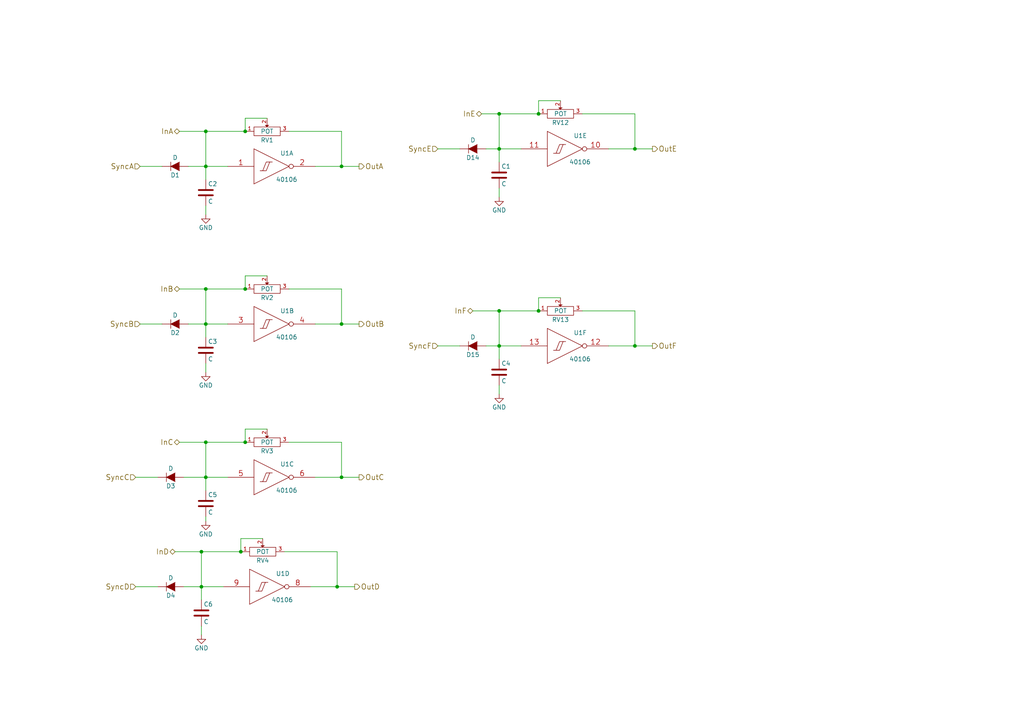
<source format=kicad_sch>
(kicad_sch (version 20231120) (generator "eeschema") (generator_version "8.0")
  (paper "A4")
  (lib_symbols
    (symbol "logic_noise_playground-rescue:40106" (pin_names (offset 1.016) hide)
      (property "Reference" "U" (at 2.54 3.81 0))
      (property "Value" "40106" (at 1.27 -3.81 0))
      (symbol "40106_0_0"
        (polyline (pts (xy -0.508 1.27) (xy -1.524 -1.27) (xy -2.54 -1.27) (xy -2.54 -1.27)))
        (polyline (pts (xy 0.254 1.27) (xy -1.524 1.27) (xy -2.54 -1.27) (xy -3.302 -1.27) (xy -3.302 -1.27)))
      )
      (symbol "40106_0_1"
        (polyline (pts (xy -5.08 -5.08) (xy -5.08 5.08)))
        (polyline (pts (xy -5.08 5.08) (xy 5.08 0)))
        (polyline (pts (xy 5.08 0) (xy -5.08 -5.08)))
      )
      (symbol "40106_0_2"
        (polyline (pts (xy -5.08 -5.08) (xy -5.08 5.08)))
        (polyline (pts (xy -5.08 5.08) (xy 5.08 0)))
        (polyline (pts (xy 5.08 0) (xy -5.08 -5.08)))
      )
      (symbol "40106_1_1"
        (pin input line (at -12.7 0 0) (length 7.62) (name "In") (number "1"))
        (pin power_in line (at -2.54 3.81 270) (length 0) hide (name "VDD") (number "14"))
        (pin output inverted (at 12.7 0 180) (length 7.62) (name "Out") (number "2"))
        (pin power_in line (at -2.54 -3.81 90) (length 0) hide (name "VSS") (number "7"))
      )
      (symbol "40106_1_2"
        (pin input inverted (at -12.7 0 0) (length 7.62) (name "In") (number "1"))
        (pin power_in line (at -2.54 3.81 270) (length 0) hide (name "VDD") (number "14"))
        (pin output line (at 12.7 0 180) (length 7.62) (name "Out") (number "2"))
        (pin power_in line (at -2.54 -3.81 90) (length 0) hide (name "VSS") (number "7"))
      )
      (symbol "40106_2_1"
        (pin power_in line (at -2.54 3.81 270) (length 0) hide (name "VDD") (number "14"))
        (pin input line (at -12.7 0 0) (length 7.62) (name "In") (number "3"))
        (pin output inverted (at 12.7 0 180) (length 7.62) (name "Out") (number "4"))
        (pin power_in line (at -2.54 -3.81 90) (length 0) hide (name "VSS") (number "7"))
      )
      (symbol "40106_2_2"
        (pin power_in line (at -2.54 3.81 270) (length 0) hide (name "VDD") (number "14"))
        (pin input line (at -12.7 0 0) (length 7.62) (name "In") (number "3"))
        (pin output line (at 12.7 0 180) (length 7.62) (name "Out") (number "4"))
        (pin power_in line (at -2.54 -3.81 90) (length 0) hide (name "VSS") (number "7"))
      )
      (symbol "40106_3_1"
        (pin power_in line (at -2.54 3.81 270) (length 0) hide (name "VDD") (number "14"))
        (pin input line (at -12.7 0 0) (length 7.62) (name "In") (number "5"))
        (pin output inverted (at 12.7 0 180) (length 7.62) (name "Out") (number "6"))
        (pin power_in line (at -2.54 -3.81 90) (length 0) hide (name "VSS") (number "7"))
      )
      (symbol "40106_3_2"
        (pin power_in line (at -2.54 3.81 270) (length 0) hide (name "VDD") (number "14"))
        (pin input line (at -12.7 0 0) (length 7.62) (name "In") (number "5"))
        (pin output line (at 12.7 0 180) (length 7.62) (name "Out") (number "6"))
        (pin power_in line (at -2.54 -3.81 90) (length 0) hide (name "VSS") (number "7"))
      )
      (symbol "40106_4_1"
        (pin power_in line (at -2.54 3.81 270) (length 0) hide (name "VDD") (number "14"))
        (pin power_in line (at -2.54 -3.81 90) (length 0) hide (name "VSS") (number "7"))
        (pin output inverted (at 12.7 0 180) (length 7.62) (name "Out") (number "8"))
        (pin input line (at -12.7 0 0) (length 7.62) (name "In") (number "9"))
      )
      (symbol "40106_4_2"
        (pin power_in line (at -2.54 3.81 270) (length 0) hide (name "VDD") (number "14"))
        (pin power_in line (at -2.54 -3.81 90) (length 0) hide (name "VSS") (number "7"))
        (pin output line (at 12.7 0 180) (length 7.62) (name "Out") (number "8"))
        (pin input line (at -12.7 0 0) (length 7.62) (name "In") (number "9"))
      )
      (symbol "40106_5_1"
        (pin output inverted (at 12.7 0 180) (length 7.62) (name "Out") (number "10"))
        (pin input line (at -12.7 0 0) (length 7.62) (name "In") (number "11"))
        (pin power_in line (at -2.54 3.81 270) (length 0) hide (name "VDD") (number "14"))
        (pin power_in line (at -2.54 -3.81 90) (length 0) hide (name "VSS") (number "7"))
      )
      (symbol "40106_5_2"
        (pin output line (at 12.7 0 180) (length 7.62) (name "Out") (number "10"))
        (pin input line (at -12.7 0 0) (length 7.62) (name "In") (number "11"))
        (pin power_in line (at -2.54 3.81 270) (length 0) hide (name "VDD") (number "14"))
        (pin power_in line (at -2.54 -3.81 90) (length 0) hide (name "VSS") (number "7"))
      )
      (symbol "40106_6_1"
        (pin output inverted (at 12.7 0 180) (length 7.62) (name "Out") (number "12"))
        (pin input line (at -12.7 0 0) (length 7.62) (name "In") (number "13"))
        (pin power_in line (at -2.54 3.81 270) (length 0) hide (name "VDD") (number "14"))
        (pin power_in line (at -2.54 -3.81 90) (length 0) hide (name "VSS") (number "7"))
      )
      (symbol "40106_6_2"
        (pin output line (at 12.7 0 180) (length 7.62) (name "Out") (number "12"))
        (pin input line (at -12.7 0 0) (length 7.62) (name "In") (number "13"))
        (pin power_in line (at -2.54 3.81 270) (length 0) hide (name "VDD") (number "14"))
        (pin power_in line (at -2.54 -3.81 90) (length 0) hide (name "VSS") (number "7"))
      )
    )
    (symbol "logic_noise_playground-rescue:C" (pin_numbers hide) (pin_names (offset 0.254))
      (property "Reference" "C" (at 0.635 2.54 0))
      (property "Value" "C" (at 0.635 -2.54 0))
      (symbol "C_0_1"
        (polyline (pts (xy -2.032 -0.762) (xy 2.032 -0.762)) (stroke (width 0.508)))
        (polyline (pts (xy -2.032 0.762) (xy 2.032 0.762)) (stroke (width 0.508)))
      )
      (symbol "C_1_1"
        (pin passive line (at 0 3.81 270) (length 2.794) (name "~") (number "1"))
        (pin passive line (at 0 -3.81 90) (length 2.794) (name "~") (number "2"))
      )
    )
    (symbol "logic_noise_playground-rescue:D" (pin_numbers hide) (pin_names (offset 1.016) hide)
      (property "Reference" "D" (at 0 2.54 0))
      (property "Value" "D" (at 0 -2.54 0))
      (symbol "D_0_1"
        (polyline (pts (xy 1.27 1.27) (xy 1.27 -1.27)) (stroke (width 0.1524)))
        (polyline (pts (xy -1.27 1.27) (xy 1.27 0) (xy -1.27 -1.27)) (fill (type outline)))
      )
      (symbol "D_1_1"
        (pin passive line (at -3.81 0 0) (length 2.54) (name "A") (number "1"))
        (pin passive line (at 3.81 0 180) (length 2.54) (name "K") (number "2"))
      )
    )
    (symbol "logic_noise_playground-rescue:GND" (power) (pin_names (offset 0))
      (property "Value" "GND" (at 0 -3.81 0))
      (symbol "GND_0_1"
        (polyline (pts (xy 0 0) (xy 0 -1.27) (xy 1.27 -1.27) (xy 0 -2.54) (xy -1.27 -1.27) (xy 0 -1.27)))
      )
      (symbol "GND_1_1"
        (pin power_in line (at 0 0 270) (length 0) hide (name "GND") (number "1"))
      )
    )
    (symbol "logic_noise_playground-rescue:POT" (pin_names (offset 1.016) hide)
      (property "Reference" "RV" (at 0 -2.54 0))
      (property "Value" "POT" (at 0 0 0))
      (symbol "POT_0_1"
        (rectangle (start -3.81 1.27) (end 3.81 -1.27))
        (polyline (pts (xy 0 1.27) (xy -0.508 1.778) (xy 0.508 1.778)) (fill (type outline)))
      )
      (symbol "POT_1_1"
        (pin passive line (at -6.35 0 0) (length 2.54) (name "1") (number "1"))
        (pin passive line (at 0 3.81 270) (length 2.032) (name "2") (number "2"))
        (pin passive line (at 6.35 0 180) (length 2.54) (name "3") (number "3"))
      )
    )
  )
  (junction (at 71.12 128.27))
  (junction (at 59.69 138.43))
  (junction (at 58.42 170.18))
  (junction (at 59.69 93.98))
  (junction (at 71.12 38.1))
  (junction (at 144.78 100.33))
  (junction (at 59.69 128.27))
  (junction (at 99.06 138.43))
  (junction (at 71.12 83.82))
  (junction (at 99.06 48.26))
  (junction (at 97.79 170.18))
  (junction (at 144.78 90.17))
  (junction (at 156.21 33.02))
  (junction (at 58.42 160.02))
  (junction (at 156.21 90.17))
  (junction (at 59.69 48.26))
  (junction (at 144.78 43.18))
  (junction (at 59.69 83.82))
  (junction (at 184.15 100.33))
  (junction (at 144.78 33.02))
  (junction (at 59.69 38.1))
  (junction (at 184.15 43.18))
  (junction (at 69.85 160.02))
  (junction (at 99.06 93.98))
  (wire (pts (xy 144.78 90.17) (xy 144.78 100.33)))
  (wire (pts (xy 144.78 43.18) (xy 151.13 43.18)))
  (wire (pts (xy 156.21 29.21) (xy 156.21 33.02)))
  (wire (pts (xy 144.78 100.33) (xy 151.13 100.33)))
  (wire (pts (xy 140.97 43.18) (xy 144.78 43.18)))
  (wire (pts (xy 144.78 100.33) (xy 144.78 104.14)))
  (wire (pts (xy 59.69 83.82) (xy 52.07 83.82)))
  (wire (pts (xy 39.37 170.18) (xy 45.72 170.18)))
  (wire (pts (xy 91.44 93.98) (xy 99.06 93.98)))
  (wire (pts (xy 99.06 128.27) (xy 99.06 138.43)))
  (wire (pts (xy 99.06 38.1) (xy 99.06 48.26)))
  (wire (pts (xy 59.69 38.1) (xy 59.69 48.26)))
  (wire (pts (xy 184.15 43.18) (xy 189.23 43.18)))
  (wire (pts (xy 53.34 138.43) (xy 59.69 138.43)))
  (wire (pts (xy 59.69 128.27) (xy 59.69 138.43)))
  (wire (pts (xy 54.61 48.26) (xy 59.69 48.26)))
  (wire (pts (xy 90.17 170.18) (xy 97.79 170.18)))
  (wire (pts (xy 168.91 90.17) (xy 184.15 90.17)))
  (wire (pts (xy 77.47 124.46) (xy 71.12 124.46)))
  (wire (pts (xy 99.06 93.98) (xy 104.14 93.98)))
  (wire (pts (xy 168.91 33.02) (xy 184.15 33.02)))
  (wire (pts (xy 58.42 184.15) (xy 58.42 181.61)))
  (wire (pts (xy 144.78 90.17) (xy 156.21 90.17)))
  (wire (pts (xy 58.42 160.02) (xy 50.8 160.02)))
  (wire (pts (xy 59.69 62.23) (xy 59.69 59.69)))
  (wire (pts (xy 91.44 48.26) (xy 99.06 48.26)))
  (wire (pts (xy 139.7 33.02) (xy 144.78 33.02)))
  (wire (pts (xy 58.42 170.18) (xy 58.42 173.99)))
  (wire (pts (xy 58.42 160.02) (xy 58.42 170.18)))
  (wire (pts (xy 58.42 170.18) (xy 64.77 170.18)))
  (wire (pts (xy 59.69 138.43) (xy 66.04 138.43)))
  (wire (pts (xy 162.56 29.21) (xy 156.21 29.21)))
  (wire (pts (xy 127 100.33) (xy 133.35 100.33)))
  (wire (pts (xy 99.06 48.26) (xy 104.14 48.26)))
  (wire (pts (xy 91.44 138.43) (xy 99.06 138.43)))
  (wire (pts (xy 99.06 138.43) (xy 104.14 138.43)))
  (wire (pts (xy 144.78 57.15) (xy 144.78 54.61)))
  (wire (pts (xy 144.78 43.18) (xy 144.78 46.99)))
  (wire (pts (xy 184.15 100.33) (xy 189.23 100.33)))
  (wire (pts (xy 99.06 83.82) (xy 99.06 93.98)))
  (wire (pts (xy 97.79 160.02) (xy 97.79 170.18)))
  (wire (pts (xy 59.69 128.27) (xy 52.07 128.27)))
  (wire (pts (xy 53.34 170.18) (xy 58.42 170.18)))
  (wire (pts (xy 71.12 38.1) (xy 59.69 38.1)))
  (wire (pts (xy 184.15 33.02) (xy 184.15 43.18)))
  (wire (pts (xy 97.79 170.18) (xy 102.87 170.18)))
  (wire (pts (xy 162.56 86.36) (xy 156.21 86.36)))
  (wire (pts (xy 76.2 156.21) (xy 69.85 156.21)))
  (wire (pts (xy 156.21 86.36) (xy 156.21 90.17)))
  (wire (pts (xy 144.78 33.02) (xy 156.21 33.02)))
  (wire (pts (xy 71.12 80.01) (xy 71.12 83.82)))
  (wire (pts (xy 59.69 48.26) (xy 66.04 48.26)))
  (wire (pts (xy 40.64 48.26) (xy 46.99 48.26)))
  (wire (pts (xy 127 43.18) (xy 133.35 43.18)))
  (wire (pts (xy 71.12 34.29) (xy 71.12 38.1)))
  (wire (pts (xy 137.16 90.17) (xy 144.78 90.17)))
  (wire (pts (xy 54.61 93.98) (xy 59.69 93.98)))
  (wire (pts (xy 59.69 149.86) (xy 59.69 151.13)))
  (wire (pts (xy 59.69 83.82) (xy 59.69 93.98)))
  (wire (pts (xy 77.47 34.29) (xy 71.12 34.29)))
  (wire (pts (xy 59.69 93.98) (xy 59.69 97.79)))
  (wire (pts (xy 71.12 83.82) (xy 59.69 83.82)))
  (wire (pts (xy 59.69 48.26) (xy 59.69 52.07)))
  (wire (pts (xy 77.47 80.01) (xy 71.12 80.01)))
  (wire (pts (xy 184.15 90.17) (xy 184.15 100.33)))
  (wire (pts (xy 71.12 124.46) (xy 71.12 128.27)))
  (wire (pts (xy 59.69 93.98) (xy 66.04 93.98)))
  (wire (pts (xy 83.82 83.82) (xy 99.06 83.82)))
  (wire (pts (xy 83.82 128.27) (xy 99.06 128.27)))
  (wire (pts (xy 39.37 138.43) (xy 45.72 138.43)))
  (wire (pts (xy 71.12 128.27) (xy 59.69 128.27)))
  (wire (pts (xy 140.97 100.33) (xy 144.78 100.33)))
  (wire (pts (xy 176.53 43.18) (xy 184.15 43.18)))
  (wire (pts (xy 69.85 156.21) (xy 69.85 160.02)))
  (wire (pts (xy 144.78 33.02) (xy 144.78 43.18)))
  (wire (pts (xy 176.53 100.33) (xy 184.15 100.33)))
  (wire (pts (xy 83.82 38.1) (xy 99.06 38.1)))
  (wire (pts (xy 82.55 160.02) (xy 97.79 160.02)))
  (wire (pts (xy 144.78 114.3) (xy 144.78 111.76)))
  (wire (pts (xy 40.64 93.98) (xy 46.99 93.98)))
  (wire (pts (xy 59.69 138.43) (xy 59.69 142.24)))
  (wire (pts (xy 59.69 38.1) (xy 52.07 38.1)))
  (wire (pts (xy 59.69 107.95) (xy 59.69 105.41)))
  (wire (pts (xy 69.85 160.02) (xy 58.42 160.02)))
  (hierarchical_label "OutF" (shape output) (at 189.23 100.33 0) (effects (font (size 1.524 1.524))))
  (hierarchical_label "InE" (shape bidirectional) (at 139.7 33.02 180) (effects (font (size 1.524 1.524))))
  (hierarchical_label "OutD" (shape output) (at 102.87 170.18 0) (effects (font (size 1.524 1.524))))
  (hierarchical_label "SyncE" (shape input) (at 127 43.18 180) (effects (font (size 1.524 1.524))))
  (hierarchical_label "SyncC" (shape input) (at 39.37 138.43 180) (effects (font (size 1.524 1.524))))
  (hierarchical_label "SyncF" (shape input) (at 127 100.33 180) (effects (font (size 1.524 1.524))))
  (hierarchical_label "OutA" (shape output) (at 104.14 48.26 0) (effects (font (size 1.524 1.524))))
  (hierarchical_label "SyncA" (shape input) (at 40.64 48.26 180) (effects (font (size 1.524 1.524))))
  (hierarchical_label "OutE" (shape output) (at 189.23 43.18 0) (effects (font (size 1.524 1.524))))
  (hierarchical_label "InB" (shape bidirectional) (at 52.07 83.82 180) (effects (font (size 1.524 1.524))))
  (hierarchical_label "SyncB" (shape input) (at 40.64 93.98 180) (effects (font (size 1.524 1.524))))
  (hierarchical_label "SyncD" (shape input) (at 39.37 170.18 180) (effects (font (size 1.524 1.524))))
  (hierarchical_label "OutB" (shape output) (at 104.14 93.98 0) (effects (font (size 1.524 1.524))))
  (hierarchical_label "InF" (shape bidirectional) (at 137.16 90.17 180) (effects (font (size 1.524 1.524))))
  (hierarchical_label "OutC" (shape output) (at 104.14 138.43 0) (effects (font (size 1.524 1.524))))
  (hierarchical_label "InA" (shape bidirectional) (at 52.07 38.1 180) (effects (font (size 1.524 1.524))))
  (hierarchical_label "InD" (shape bidirectional) (at 50.8 160.02 180) (effects (font (size 1.524 1.524))))
  (hierarchical_label "InC" (shape bidirectional) (at 52.07 128.27 180) (effects (font (size 1.524 1.524))))
  (symbol (lib_id "logic_noise_playground-rescue:40106") (at 78.74 48.26 0) (unit 1)
    (property "Reference" "U1" (at 81.28 44.45 0) (effects (justify left)))
    (property "Value" "40106" (at 80.01 52.07 0) (effects (justify left)))
    (property "Footprint" "Housings_DIP:DIP-14__300_ELL" (effects (hide yes)))
    (property "manf#" "CD40106BE" (effects (hide yes)))
  )
  (symbol (lib_id "logic_noise_playground-rescue:POT") (at 77.47 38.1 0) (unit 1)
    (property "Reference" "RV1" (at 77.47 40.64 0))
    (property "Value" "POT" (at 77.47 38.1 0))
    (property "Footprint" "elliot:Potentiometer_9mm_vertical_pcb_mount" (effects (hide yes)))
  )
  (symbol (lib_id "logic_noise_playground-rescue:C") (at 59.69 55.88 0) (unit 1)
    (property "Reference" "C2" (at 60.325 53.34 0) (effects (justify left)))
    (property "Value" "C" (at 60.325 58.42 0) (effects (justify left)))
    (property "Footprint" "elliot:cap_2+3" (effects (hide yes)))
  )
  (symbol (lib_id "logic_noise_playground-rescue:GND") (at 59.69 62.23 0) (unit 1)
    (property "Reference" "#PWR021" (effects (hide yes)))
    (property "Value" "GND" (at 59.69 66.04 0))
  )
  (symbol (lib_id "logic_noise_playground-rescue:D") (at 50.8 48.26 180) (unit 1)
    (property "Reference" "D1" (at 50.8 50.8 0))
    (property "Value" "D" (at 50.8 45.72 0))
    (property "Footprint" "Diodes_ThroughHole:Diode_DO-35_SOD27_Horizontal_RM10" (effects (hide yes)))
  )
  (symbol (lib_id "logic_noise_playground-rescue:40106") (at 78.74 93.98 0) (unit 2)
    (property "Reference" "U1" (at 81.28 90.17 0) (effects (justify left)))
    (property "Value" "40106" (at 80.01 97.79 0) (effects (justify left)))
    (property "Footprint" "Housings_DIP:DIP-14__300_ELL" (effects (hide yes)))
    (property "manf#" "CD40106BE" (effects (hide yes)))
  )
  (symbol (lib_id "logic_noise_playground-rescue:POT") (at 77.47 83.82 0) (unit 1)
    (property "Reference" "RV2" (at 77.47 86.36 0))
    (property "Value" "POT" (at 77.47 83.82 0))
    (property "Footprint" "elliot:Potentiometer_9mm_vertical_pcb_mount" (effects (hide yes)))
  )
  (symbol (lib_id "logic_noise_playground-rescue:C") (at 59.69 101.6 0) (unit 1)
    (property "Reference" "C3" (at 60.325 99.06 0) (effects (justify left)))
    (property "Value" "C" (at 60.325 104.14 0) (effects (justify left)))
    (property "Footprint" "elliot:cap_2+3" (effects (hide yes)))
  )
  (symbol (lib_id "logic_noise_playground-rescue:GND") (at 59.69 107.95 0) (unit 1)
    (property "Reference" "#PWR022" (effects (hide yes)))
    (property "Value" "GND" (at 59.69 111.76 0))
  )
  (symbol (lib_id "logic_noise_playground-rescue:D") (at 50.8 93.98 180) (unit 1)
    (property "Reference" "D2" (at 50.8 96.52 0))
    (property "Value" "D" (at 50.8 91.44 0))
    (property "Footprint" "Diodes_ThroughHole:Diode_DO-35_SOD27_Horizontal_RM10" (effects (hide yes)))
  )
  (symbol (lib_id "logic_noise_playground-rescue:40106") (at 78.74 138.43 0) (unit 3)
    (property "Reference" "U1" (at 81.28 134.62 0) (effects (justify left)))
    (property "Value" "40106" (at 80.01 142.24 0) (effects (justify left)))
    (property "Footprint" "Housings_DIP:DIP-14__300_ELL" (effects (hide yes)))
    (property "manf#" "CD40106BE" (effects (hide yes)))
  )
  (symbol (lib_id "logic_noise_playground-rescue:POT") (at 77.47 128.27 0) (unit 1)
    (property "Reference" "RV3" (at 77.47 130.81 0))
    (property "Value" "POT" (at 77.47 128.27 0))
    (property "Footprint" "elliot:Potentiometer_9mm_vertical_pcb_mount" (effects (hide yes)))
  )
  (symbol (lib_id "logic_noise_playground-rescue:C") (at 59.69 146.05 0) (unit 1)
    (property "Reference" "C5" (at 60.325 143.51 0) (effects (justify left)))
    (property "Value" "C" (at 60.325 148.59 0) (effects (justify left)))
    (property "Footprint" "elliot:cap_2+3" (effects (hide yes)))
  )
  (symbol (lib_id "logic_noise_playground-rescue:40106") (at 77.47 170.18 0) (unit 4)
    (property "Reference" "U1" (at 80.01 166.37 0) (effects (justify left)))
    (property "Value" "40106" (at 78.74 173.99 0) (effects (justify left)))
    (property "Footprint" "Housings_DIP:DIP-14__300_ELL" (effects (hide yes)))
    (property "manf#" "CD40106BE" (effects (hide yes)))
  )
  (symbol (lib_id "logic_noise_playground-rescue:POT") (at 76.2 160.02 0) (unit 1)
    (property "Reference" "RV4" (at 76.2 162.56 0))
    (property "Value" "POT" (at 76.2 160.02 0))
    (property "Footprint" "elliot:Potentiometer_9mm_vertical_pcb_mount" (effects (hide yes)))
  )
  (symbol (lib_id "logic_noise_playground-rescue:C") (at 58.42 177.8 0) (unit 1)
    (property "Reference" "C6" (at 59.055 175.26 0) (effects (justify left)))
    (property "Value" "C" (at 59.055 180.34 0) (effects (justify left)))
    (property "Footprint" "elliot:cap_2+3" (effects (hide yes)))
  )
  (symbol (lib_id "logic_noise_playground-rescue:GND") (at 58.42 184.15 0) (unit 1)
    (property "Reference" "#PWR023" (effects (hide yes)))
    (property "Value" "GND" (at 58.42 187.96 0))
  )
  (symbol (lib_id "logic_noise_playground-rescue:40106") (at 163.83 43.18 0) (unit 5)
    (property "Reference" "U1" (at 166.37 39.37 0) (effects (justify left)))
    (property "Value" "40106" (at 165.1 46.99 0) (effects (justify left)))
    (property "Footprint" "Housings_DIP:DIP-14__300_ELL" (effects (hide yes)))
    (property "manf#" "CD40106BE" (effects (hide yes)))
  )
  (symbol (lib_id "logic_noise_playground-rescue:C") (at 144.78 50.8 0) (unit 1)
    (property "Reference" "C1" (at 145.415 48.26 0) (effects (justify left)))
    (property "Value" "C" (at 145.415 53.34 0) (effects (justify left)))
    (property "Footprint" "elliot:cap_2+3" (effects (hide yes)))
  )
  (symbol (lib_id "logic_noise_playground-rescue:GND") (at 144.78 57.15 0) (unit 1)
    (property "Reference" "#PWR024" (effects (hide yes)))
    (property "Value" "GND" (at 144.78 60.96 0))
  )
  (symbol (lib_id "logic_noise_playground-rescue:40106") (at 163.83 100.33 0) (unit 6)
    (property "Reference" "U1" (at 166.37 96.52 0) (effects (justify left)))
    (property "Value" "40106" (at 165.1 104.14 0) (effects (justify left)))
    (property "Footprint" "Housings_DIP:DIP-14__300_ELL" (effects (hide yes)))
    (property "manf#" "CD40106BE" (effects (hide yes)))
  )
  (symbol (lib_id "logic_noise_playground-rescue:C") (at 144.78 107.95 0) (unit 1)
    (property "Reference" "C4" (at 145.415 105.41 0) (effects (justify left)))
    (property "Value" "C" (at 145.415 110.49 0) (effects (justify left)))
    (property "Footprint" "elliot:cap_2+3" (effects (hide yes)))
  )
  (symbol (lib_id "logic_noise_playground-rescue:GND") (at 144.78 114.3 0) (unit 1)
    (property "Reference" "#PWR025" (effects (hide yes)))
    (property "Value" "GND" (at 144.78 118.11 0))
  )
  (symbol (lib_id "logic_noise_playground-rescue:D") (at 49.53 138.43 180) (unit 1)
    (property "Reference" "D3" (at 49.53 140.97 0))
    (property "Value" "D" (at 49.53 135.89 0))
    (property "Footprint" "Diodes_ThroughHole:Diode_DO-35_SOD27_Horizontal_RM10" (effects (hide yes)))
  )
  (symbol (lib_id "logic_noise_playground-rescue:D") (at 49.53 170.18 180) (unit 1)
    (property "Reference" "D4" (at 49.53 172.72 0))
    (property "Value" "D" (at 49.53 167.64 0))
    (property "Footprint" "Diodes_ThroughHole:Diode_DO-35_SOD27_Horizontal_RM10" (effects (hide yes)))
  )
  (symbol (lib_id "logic_noise_playground-rescue:POT") (at 162.56 33.02 0) (unit 1)
    (property "Reference" "RV12" (at 162.56 35.56 0))
    (property "Value" "POT" (at 162.56 33.02 0))
    (property "Footprint" "elliot:Potentiometer_9mm_vertical_pcb_mount" (effects (hide yes)))
  )
  (symbol (lib_id "logic_noise_playground-rescue:POT") (at 162.56 90.17 0) (unit 1)
    (property "Reference" "RV13" (at 162.56 92.71 0))
    (property "Value" "POT" (at 162.56 90.17 0))
    (property "Footprint" "elliot:Potentiometer_9mm_vertical_pcb_mount" (effects (hide yes)))
  )
  (symbol (lib_id "logic_noise_playground-rescue:D") (at 137.16 43.18 180) (unit 1)
    (property "Reference" "D14" (at 137.16 45.72 0))
    (property "Value" "D" (at 137.16 40.64 0))
    (property "Footprint" "Diodes_ThroughHole:Diode_DO-35_SOD27_Horizontal_RM10" (effects (hide yes)))
  )
  (symbol (lib_id "logic_noise_playground-rescue:D") (at 137.16 100.33 180) (unit 1)
    (property "Reference" "D15" (at 137.16 102.87 0))
    (property "Value" "D" (at 137.16 97.79 0))
    (property "Footprint" "Diodes_ThroughHole:Diode_DO-35_SOD27_Horizontal_RM10" (effects (hide yes)))
  )
  (symbol (lib_id "logic_noise_playground-rescue:GND") (at 59.69 151.13 0) (unit 1)
    (property "Reference" "#PWR026" (effects (hide yes)))
    (property "Value" "GND" (at 59.69 154.94 0))
  )
)
</source>
